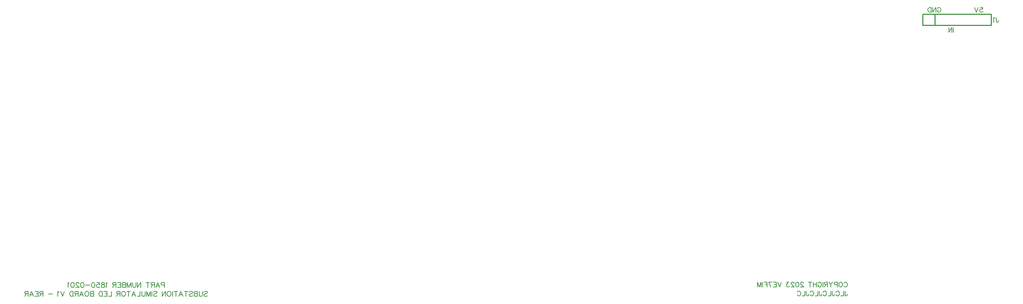
<source format=gbo>
G04 Layer: BottomSilkscreenLayer*
G04 EasyEDA v6.5.34, 2023-08-24 10:08:58*
G04 37586862595d49128824a1d9db5d89c9,5a6b42c53f6a479593ecc07194224c93,10*
G04 Gerber Generator version 0.2*
G04 Scale: 100 percent, Rotated: No, Reflected: No *
G04 Dimensions in millimeters *
G04 leading zeros omitted , absolute positions ,4 integer and 5 decimal *
%FSLAX45Y45*%
%MOMM*%

%ADD10C,0.2032*%
%ADD11C,0.1520*%
%ADD12C,0.1524*%
%ADD13C,0.2540*%

%LPD*%
D10*
X24320804Y463989D02*
G01*
X24320804Y349445D01*
X24320804Y463989D02*
G01*
X24271714Y463989D01*
X24255351Y458536D01*
X24249895Y453082D01*
X24244442Y442173D01*
X24244442Y425808D01*
X24249895Y414898D01*
X24255351Y409445D01*
X24271714Y403989D01*
X24320804Y403989D01*
X24164805Y463989D02*
G01*
X24208440Y349445D01*
X24164805Y463989D02*
G01*
X24121168Y349445D01*
X24192077Y387626D02*
G01*
X24137533Y387626D01*
X24085168Y463989D02*
G01*
X24085168Y349445D01*
X24085168Y463989D02*
G01*
X24036078Y463989D01*
X24019715Y458536D01*
X24014259Y453082D01*
X24008806Y442173D01*
X24008806Y431264D01*
X24014259Y420354D01*
X24019715Y414898D01*
X24036078Y409445D01*
X24085168Y409445D01*
X24046987Y409445D02*
G01*
X24008806Y349445D01*
X23934623Y463989D02*
G01*
X23934623Y349445D01*
X23972804Y463989D02*
G01*
X23896441Y463989D01*
X23776442Y463989D02*
G01*
X23776442Y349445D01*
X23776442Y463989D02*
G01*
X23700079Y349445D01*
X23700079Y463989D02*
G01*
X23700079Y349445D01*
X23664077Y463989D02*
G01*
X23664077Y382173D01*
X23658624Y365808D01*
X23647714Y354898D01*
X23631352Y349445D01*
X23620442Y349445D01*
X23604077Y354898D01*
X23593170Y365808D01*
X23587715Y382173D01*
X23587715Y463989D01*
X23551715Y463989D02*
G01*
X23551715Y349445D01*
X23551715Y463989D02*
G01*
X23508078Y349445D01*
X23464443Y463989D02*
G01*
X23508078Y349445D01*
X23464443Y463989D02*
G01*
X23464443Y349445D01*
X23428441Y463989D02*
G01*
X23428441Y349445D01*
X23428441Y463989D02*
G01*
X23379351Y463989D01*
X23362988Y458536D01*
X23357535Y453082D01*
X23352079Y442173D01*
X23352079Y431264D01*
X23357535Y420354D01*
X23362988Y414898D01*
X23379351Y409445D01*
X23428441Y409445D02*
G01*
X23379351Y409445D01*
X23362988Y403989D01*
X23357535Y398536D01*
X23352079Y387626D01*
X23352079Y371264D01*
X23357535Y360354D01*
X23362988Y354898D01*
X23379351Y349445D01*
X23428441Y349445D01*
X23316079Y463989D02*
G01*
X23316079Y349445D01*
X23316079Y463989D02*
G01*
X23245170Y463989D01*
X23316079Y409445D02*
G01*
X23272442Y409445D01*
X23316079Y349445D02*
G01*
X23245170Y349445D01*
X23209171Y463989D02*
G01*
X23209171Y349445D01*
X23209171Y463989D02*
G01*
X23160080Y463989D01*
X23143715Y458536D01*
X23138262Y453082D01*
X23132806Y442173D01*
X23132806Y431264D01*
X23138262Y420354D01*
X23143715Y414898D01*
X23160080Y409445D01*
X23209171Y409445D01*
X23170989Y409445D02*
G01*
X23132806Y349445D01*
X23012806Y442173D02*
G01*
X23001897Y447626D01*
X22985534Y463989D01*
X22985534Y349445D01*
X22922263Y463989D02*
G01*
X22938625Y458536D01*
X22944079Y447626D01*
X22944079Y436717D01*
X22938625Y425808D01*
X22927716Y420354D01*
X22905897Y414898D01*
X22889535Y409445D01*
X22878625Y398536D01*
X22873172Y387626D01*
X22873172Y371264D01*
X22878625Y360354D01*
X22884079Y354898D01*
X22900444Y349445D01*
X22922263Y349445D01*
X22938625Y354898D01*
X22944079Y360354D01*
X22949534Y371264D01*
X22949534Y387626D01*
X22944079Y398536D01*
X22933172Y409445D01*
X22916807Y414898D01*
X22894988Y420354D01*
X22884079Y425808D01*
X22878625Y436717D01*
X22878625Y447626D01*
X22884079Y458536D01*
X22900444Y463989D01*
X22922263Y463989D01*
X22771717Y463989D02*
G01*
X22826261Y463989D01*
X22831717Y414898D01*
X22826261Y420354D01*
X22809898Y425808D01*
X22793535Y425808D01*
X22777170Y420354D01*
X22766261Y409445D01*
X22760807Y393082D01*
X22760807Y382173D01*
X22766261Y365808D01*
X22777170Y354898D01*
X22793535Y349445D01*
X22809898Y349445D01*
X22826261Y354898D01*
X22831717Y360354D01*
X22837170Y371264D01*
X22692080Y463989D02*
G01*
X22708443Y458536D01*
X22719352Y442173D01*
X22724808Y414898D01*
X22724808Y398536D01*
X22719352Y371264D01*
X22708443Y354898D01*
X22692080Y349445D01*
X22681171Y349445D01*
X22664808Y354898D01*
X22653899Y371264D01*
X22648443Y398536D01*
X22648443Y414898D01*
X22653899Y442173D01*
X22664808Y458536D01*
X22681171Y463989D01*
X22692080Y463989D01*
X22612443Y398536D02*
G01*
X22514262Y398536D01*
X22445535Y463989D02*
G01*
X22461898Y458536D01*
X22472807Y442173D01*
X22478263Y414898D01*
X22478263Y398536D01*
X22472807Y371264D01*
X22461898Y354898D01*
X22445535Y349445D01*
X22434626Y349445D01*
X22418263Y354898D01*
X22407354Y371264D01*
X22401898Y398536D01*
X22401898Y414898D01*
X22407354Y442173D01*
X22418263Y458536D01*
X22434626Y463989D01*
X22445535Y463989D01*
X22360445Y436717D02*
G01*
X22360445Y442173D01*
X22354989Y453082D01*
X22349536Y458536D01*
X22338626Y463989D01*
X22316808Y463989D01*
X22305899Y458536D01*
X22300445Y453082D01*
X22294989Y442173D01*
X22294989Y431264D01*
X22300445Y420354D01*
X22311354Y403989D01*
X22365898Y349445D01*
X22289536Y349445D01*
X22220809Y463989D02*
G01*
X22237171Y458536D01*
X22248080Y442173D01*
X22253536Y414898D01*
X22253536Y398536D01*
X22248080Y371264D01*
X22237171Y354898D01*
X22220809Y349445D01*
X22209899Y349445D01*
X22193537Y354898D01*
X22182627Y371264D01*
X22177171Y398536D01*
X22177171Y414898D01*
X22182627Y442173D01*
X22193537Y458536D01*
X22209899Y463989D01*
X22220809Y463989D01*
X22141172Y442173D02*
G01*
X22130263Y447626D01*
X22113900Y463989D01*
X22113900Y349445D01*
X25222037Y244426D02*
G01*
X25232946Y255336D01*
X25249309Y260789D01*
X25271128Y260789D01*
X25287490Y255336D01*
X25298400Y244426D01*
X25298400Y233517D01*
X25292946Y222608D01*
X25287490Y217154D01*
X25276581Y211698D01*
X25243853Y200789D01*
X25232946Y195336D01*
X25227490Y189882D01*
X25222037Y178973D01*
X25222037Y162608D01*
X25232946Y151698D01*
X25249309Y146245D01*
X25271128Y146245D01*
X25287490Y151698D01*
X25298400Y162608D01*
X25186035Y260789D02*
G01*
X25186035Y178973D01*
X25180582Y162608D01*
X25169672Y151698D01*
X25153310Y146245D01*
X25142400Y146245D01*
X25126035Y151698D01*
X25115128Y162608D01*
X25109672Y178973D01*
X25109672Y260789D01*
X25073673Y260789D02*
G01*
X25073673Y146245D01*
X25073673Y260789D02*
G01*
X25024582Y260789D01*
X25008217Y255336D01*
X25002764Y249882D01*
X24997310Y238973D01*
X24997310Y228064D01*
X25002764Y217154D01*
X25008217Y211698D01*
X25024582Y206245D01*
X25073673Y206245D02*
G01*
X25024582Y206245D01*
X25008217Y200789D01*
X25002764Y195336D01*
X24997310Y184426D01*
X24997310Y168064D01*
X25002764Y157154D01*
X25008217Y151698D01*
X25024582Y146245D01*
X25073673Y146245D01*
X24884946Y244426D02*
G01*
X24895855Y255336D01*
X24912218Y260789D01*
X24934036Y260789D01*
X24950399Y255336D01*
X24961308Y244426D01*
X24961308Y233517D01*
X24955855Y222608D01*
X24950399Y217154D01*
X24939490Y211698D01*
X24906765Y200789D01*
X24895855Y195336D01*
X24890399Y189882D01*
X24884946Y178973D01*
X24884946Y162608D01*
X24895855Y151698D01*
X24912218Y146245D01*
X24934036Y146245D01*
X24950399Y151698D01*
X24961308Y162608D01*
X24810765Y260789D02*
G01*
X24810765Y146245D01*
X24848947Y260789D02*
G01*
X24772581Y260789D01*
X24692947Y260789D02*
G01*
X24736582Y146245D01*
X24692947Y260789D02*
G01*
X24649310Y146245D01*
X24720219Y184426D02*
G01*
X24665673Y184426D01*
X24575129Y260789D02*
G01*
X24575129Y146245D01*
X24613311Y260789D02*
G01*
X24536946Y260789D01*
X24500946Y260789D02*
G01*
X24500946Y146245D01*
X24432219Y260789D02*
G01*
X24443128Y255336D01*
X24454037Y244426D01*
X24459491Y233517D01*
X24464947Y217154D01*
X24464947Y189882D01*
X24459491Y173517D01*
X24454037Y162608D01*
X24443128Y151698D01*
X24432219Y146245D01*
X24410400Y146245D01*
X24399491Y151698D01*
X24388584Y162608D01*
X24383128Y173517D01*
X24377675Y189882D01*
X24377675Y217154D01*
X24383128Y233517D01*
X24388584Y244426D01*
X24399491Y255336D01*
X24410400Y260789D01*
X24432219Y260789D01*
X24341673Y260789D02*
G01*
X24341673Y146245D01*
X24341673Y260789D02*
G01*
X24265310Y146245D01*
X24265310Y260789D02*
G01*
X24265310Y146245D01*
X24068948Y244426D02*
G01*
X24079857Y255336D01*
X24096220Y260789D01*
X24118039Y260789D01*
X24134401Y255336D01*
X24145311Y244426D01*
X24145311Y233517D01*
X24139857Y222608D01*
X24134401Y217154D01*
X24123492Y211698D01*
X24090767Y200789D01*
X24079857Y195336D01*
X24074401Y189882D01*
X24068948Y178973D01*
X24068948Y162608D01*
X24079857Y151698D01*
X24096220Y146245D01*
X24118039Y146245D01*
X24134401Y151698D01*
X24145311Y162608D01*
X24032949Y260789D02*
G01*
X24032949Y146245D01*
X23996947Y260789D02*
G01*
X23996947Y146245D01*
X23996947Y260789D02*
G01*
X23953312Y146245D01*
X23909675Y260789D02*
G01*
X23953312Y146245D01*
X23909675Y260789D02*
G01*
X23909675Y146245D01*
X23873675Y260789D02*
G01*
X23873675Y178973D01*
X23868219Y162608D01*
X23857313Y151698D01*
X23840948Y146245D01*
X23830038Y146245D01*
X23813676Y151698D01*
X23802766Y162608D01*
X23797313Y178973D01*
X23797313Y260789D01*
X23761311Y260789D02*
G01*
X23761311Y146245D01*
X23761311Y146245D02*
G01*
X23695858Y146245D01*
X23616221Y260789D02*
G01*
X23659858Y146245D01*
X23616221Y260789D02*
G01*
X23572584Y146245D01*
X23643493Y184426D02*
G01*
X23588949Y184426D01*
X23498403Y260789D02*
G01*
X23498403Y146245D01*
X23536584Y260789D02*
G01*
X23460222Y260789D01*
X23391495Y260789D02*
G01*
X23402404Y255336D01*
X23413313Y244426D01*
X23418766Y233517D01*
X23424222Y217154D01*
X23424222Y189882D01*
X23418766Y173517D01*
X23413313Y162608D01*
X23402404Y151698D01*
X23391495Y146245D01*
X23369676Y146245D01*
X23358767Y151698D01*
X23347857Y162608D01*
X23342404Y173517D01*
X23336948Y189882D01*
X23336948Y217154D01*
X23342404Y233517D01*
X23347857Y244426D01*
X23358767Y255336D01*
X23369676Y260789D01*
X23391495Y260789D01*
X23300949Y260789D02*
G01*
X23300949Y146245D01*
X23300949Y260789D02*
G01*
X23251858Y260789D01*
X23235495Y255336D01*
X23230039Y249882D01*
X23224586Y238973D01*
X23224586Y228064D01*
X23230039Y217154D01*
X23235495Y211698D01*
X23251858Y206245D01*
X23300949Y206245D01*
X23262767Y206245D02*
G01*
X23224586Y146245D01*
X23104586Y260789D02*
G01*
X23104586Y146245D01*
X23104586Y146245D02*
G01*
X23039130Y146245D01*
X23003131Y260789D02*
G01*
X23003131Y146245D01*
X23003131Y260789D02*
G01*
X22932222Y260789D01*
X23003131Y206245D02*
G01*
X22959494Y206245D01*
X23003131Y146245D02*
G01*
X22932222Y146245D01*
X22896222Y260789D02*
G01*
X22896222Y146245D01*
X22896222Y260789D02*
G01*
X22858041Y260789D01*
X22841676Y255336D01*
X22830769Y244426D01*
X22825313Y233517D01*
X22819860Y217154D01*
X22819860Y189882D01*
X22825313Y173517D01*
X22830769Y162608D01*
X22841676Y151698D01*
X22858041Y146245D01*
X22896222Y146245D01*
X22699860Y260789D02*
G01*
X22699860Y146245D01*
X22699860Y260789D02*
G01*
X22650770Y260789D01*
X22634404Y255336D01*
X22628951Y249882D01*
X22623495Y238973D01*
X22623495Y228064D01*
X22628951Y217154D01*
X22634404Y211698D01*
X22650770Y206245D01*
X22699860Y206245D02*
G01*
X22650770Y206245D01*
X22634404Y200789D01*
X22628951Y195336D01*
X22623495Y184426D01*
X22623495Y168064D01*
X22628951Y157154D01*
X22634404Y151698D01*
X22650770Y146245D01*
X22699860Y146245D01*
X22554768Y260789D02*
G01*
X22565677Y255336D01*
X22576586Y244426D01*
X22582042Y233517D01*
X22587496Y217154D01*
X22587496Y189882D01*
X22582042Y173517D01*
X22576586Y162608D01*
X22565677Y151698D01*
X22554768Y146245D01*
X22532952Y146245D01*
X22522042Y151698D01*
X22511133Y162608D01*
X22505677Y173517D01*
X22500224Y189882D01*
X22500224Y217154D01*
X22505677Y233517D01*
X22511133Y244426D01*
X22522042Y255336D01*
X22532952Y260789D01*
X22554768Y260789D01*
X22420587Y260789D02*
G01*
X22464224Y146245D01*
X22420587Y260789D02*
G01*
X22376950Y146245D01*
X22447859Y184426D02*
G01*
X22393315Y184426D01*
X22340950Y260789D02*
G01*
X22340950Y146245D01*
X22340950Y260789D02*
G01*
X22291860Y260789D01*
X22275497Y255336D01*
X22270041Y249882D01*
X22264588Y238973D01*
X22264588Y228064D01*
X22270041Y217154D01*
X22275497Y211698D01*
X22291860Y206245D01*
X22340950Y206245D01*
X22302769Y206245D02*
G01*
X22264588Y146245D01*
X22228589Y260789D02*
G01*
X22228589Y146245D01*
X22228589Y260789D02*
G01*
X22190405Y260789D01*
X22174042Y255336D01*
X22163133Y244426D01*
X22157679Y233517D01*
X22152223Y217154D01*
X22152223Y189882D01*
X22157679Y173517D01*
X22163133Y162608D01*
X22174042Y151698D01*
X22190405Y146245D01*
X22228589Y146245D01*
X22032224Y260789D02*
G01*
X21988589Y146245D01*
X21944952Y260789D02*
G01*
X21988589Y146245D01*
X21908952Y238973D02*
G01*
X21898043Y244426D01*
X21881678Y260789D01*
X21881678Y146245D01*
X21761678Y195336D02*
G01*
X21663497Y195336D01*
X21543497Y260789D02*
G01*
X21543497Y146245D01*
X21543497Y260789D02*
G01*
X21494407Y260789D01*
X21478044Y255336D01*
X21472588Y249882D01*
X21467135Y238973D01*
X21467135Y228064D01*
X21472588Y217154D01*
X21478044Y211698D01*
X21494407Y206245D01*
X21543497Y206245D01*
X21505316Y206245D02*
G01*
X21467135Y146245D01*
X21431135Y260789D02*
G01*
X21431135Y146245D01*
X21431135Y260789D02*
G01*
X21360226Y260789D01*
X21431135Y206245D02*
G01*
X21387498Y206245D01*
X21431135Y146245D02*
G01*
X21360226Y146245D01*
X21280589Y260789D02*
G01*
X21324227Y146245D01*
X21280589Y260789D02*
G01*
X21236952Y146245D01*
X21307861Y184426D02*
G01*
X21253317Y184426D01*
X21200953Y260789D02*
G01*
X21200953Y146245D01*
X21200953Y260789D02*
G01*
X21151862Y260789D01*
X21135500Y255336D01*
X21130044Y249882D01*
X21124590Y238973D01*
X21124590Y228064D01*
X21130044Y217154D01*
X21135500Y211698D01*
X21151862Y206245D01*
X21200953Y206245D01*
X21162772Y206245D02*
G01*
X21124590Y146245D01*
D11*
X39876846Y267751D02*
G01*
X39876846Y184624D01*
X39882043Y169037D01*
X39887237Y163842D01*
X39897629Y158648D01*
X39908020Y158648D01*
X39918411Y163842D01*
X39923608Y169037D01*
X39928802Y184624D01*
X39928802Y195016D01*
X39842556Y267751D02*
G01*
X39842556Y158648D01*
X39842556Y158648D02*
G01*
X39780212Y158648D01*
X39667990Y241774D02*
G01*
X39673187Y252166D01*
X39683578Y262557D01*
X39693966Y267751D01*
X39714749Y267751D01*
X39725140Y262557D01*
X39735531Y252166D01*
X39740728Y241774D01*
X39745922Y226187D01*
X39745922Y200210D01*
X39740728Y184624D01*
X39735531Y174233D01*
X39725140Y163842D01*
X39714749Y158648D01*
X39693966Y158648D01*
X39683578Y163842D01*
X39673187Y174233D01*
X39667990Y184624D01*
X39581747Y267751D02*
G01*
X39581747Y184624D01*
X39586941Y169037D01*
X39592138Y163842D01*
X39602526Y158648D01*
X39612917Y158648D01*
X39623309Y163842D01*
X39628505Y169037D01*
X39633700Y184624D01*
X39633700Y195016D01*
X39547457Y267751D02*
G01*
X39547457Y158648D01*
X39547457Y158648D02*
G01*
X39485110Y158648D01*
X39372887Y241774D02*
G01*
X39378084Y252166D01*
X39388475Y262557D01*
X39398867Y267751D01*
X39419646Y267751D01*
X39430037Y262557D01*
X39440429Y252166D01*
X39445625Y241774D01*
X39450820Y226187D01*
X39450820Y200210D01*
X39445625Y184624D01*
X39440429Y174233D01*
X39430037Y163842D01*
X39419646Y158648D01*
X39398867Y158648D01*
X39388475Y163842D01*
X39378084Y174233D01*
X39372887Y184624D01*
X39286644Y267751D02*
G01*
X39286644Y184624D01*
X39291839Y169037D01*
X39297035Y163842D01*
X39307427Y158648D01*
X39317818Y158648D01*
X39328206Y163842D01*
X39333403Y169037D01*
X39338597Y184624D01*
X39338597Y195016D01*
X39252354Y267751D02*
G01*
X39252354Y158648D01*
X39252354Y158648D02*
G01*
X39190007Y158648D01*
X39077788Y241774D02*
G01*
X39082982Y252166D01*
X39093373Y262557D01*
X39103764Y267751D01*
X39124547Y267751D01*
X39134938Y262557D01*
X39145326Y252166D01*
X39150523Y241774D01*
X39155717Y226187D01*
X39155717Y200210D01*
X39150523Y184624D01*
X39145326Y174233D01*
X39134938Y163842D01*
X39124547Y158648D01*
X39103764Y158648D01*
X39093373Y163842D01*
X39082982Y174233D01*
X39077788Y184624D01*
X38991542Y267751D02*
G01*
X38991542Y184624D01*
X38996736Y169037D01*
X39001933Y163842D01*
X39012324Y158648D01*
X39022715Y158648D01*
X39033107Y163842D01*
X39038301Y169037D01*
X39043498Y184624D01*
X39043498Y195016D01*
X38957252Y267751D02*
G01*
X38957252Y158648D01*
X38957252Y158648D02*
G01*
X38894908Y158648D01*
X38782685Y241774D02*
G01*
X38787880Y252166D01*
X38798271Y262557D01*
X38808662Y267751D01*
X38829444Y267751D01*
X38839835Y262557D01*
X38850227Y252166D01*
X38855421Y241774D01*
X38860618Y226187D01*
X38860618Y200210D01*
X38855421Y184624D01*
X38850227Y174233D01*
X38839835Y163842D01*
X38829444Y158648D01*
X38808662Y158648D01*
X38798271Y163842D01*
X38787880Y174233D01*
X38782685Y184624D01*
D12*
X39850867Y444962D02*
G01*
X39856064Y455353D01*
X39866455Y465744D01*
X39876844Y470938D01*
X39897626Y470938D01*
X39908017Y465744D01*
X39918408Y455353D01*
X39923605Y444962D01*
X39928800Y429374D01*
X39928800Y403397D01*
X39923605Y387812D01*
X39918408Y377421D01*
X39908017Y367029D01*
X39897626Y361835D01*
X39876844Y361835D01*
X39866455Y367029D01*
X39856064Y377421D01*
X39850867Y387812D01*
X39785404Y470938D02*
G01*
X39795795Y465744D01*
X39806186Y455353D01*
X39811383Y444962D01*
X39816577Y429374D01*
X39816577Y403397D01*
X39811383Y387812D01*
X39806186Y377421D01*
X39795795Y367029D01*
X39785404Y361835D01*
X39764624Y361835D01*
X39754233Y367029D01*
X39743842Y377421D01*
X39738645Y387812D01*
X39733451Y403397D01*
X39733451Y429374D01*
X39738645Y444962D01*
X39743842Y455353D01*
X39754233Y465744D01*
X39764624Y470938D01*
X39785404Y470938D01*
X39699161Y470938D02*
G01*
X39699161Y361835D01*
X39699161Y470938D02*
G01*
X39652402Y470938D01*
X39636814Y465744D01*
X39631620Y460547D01*
X39626425Y450156D01*
X39626425Y434571D01*
X39631620Y424179D01*
X39636814Y418985D01*
X39652402Y413788D01*
X39699161Y413788D01*
X39592135Y470938D02*
G01*
X39550571Y418985D01*
X39550571Y361835D01*
X39509006Y470938D02*
G01*
X39550571Y418985D01*
X39474716Y470938D02*
G01*
X39474716Y361835D01*
X39474716Y470938D02*
G01*
X39427957Y470938D01*
X39412372Y465744D01*
X39407175Y460547D01*
X39401981Y450156D01*
X39401981Y439765D01*
X39407175Y429374D01*
X39412372Y424179D01*
X39427957Y418985D01*
X39474716Y418985D01*
X39438348Y418985D02*
G01*
X39401981Y361835D01*
X39367691Y470938D02*
G01*
X39367691Y361835D01*
X39255468Y444962D02*
G01*
X39260665Y455353D01*
X39271054Y465744D01*
X39281445Y470938D01*
X39302227Y470938D01*
X39312618Y465744D01*
X39323009Y455353D01*
X39328204Y444962D01*
X39333401Y429374D01*
X39333401Y403397D01*
X39328204Y387812D01*
X39323009Y377421D01*
X39312618Y367029D01*
X39302227Y361835D01*
X39281445Y361835D01*
X39271054Y367029D01*
X39260665Y377421D01*
X39255468Y387812D01*
X39255468Y403397D01*
X39281445Y403397D02*
G01*
X39255468Y403397D01*
X39221178Y470938D02*
G01*
X39221178Y361835D01*
X39148443Y470938D02*
G01*
X39148443Y361835D01*
X39221178Y418985D02*
G01*
X39148443Y418985D01*
X39077785Y470938D02*
G01*
X39077785Y361835D01*
X39114153Y470938D02*
G01*
X39041415Y470938D01*
X38921921Y444962D02*
G01*
X38921921Y450156D01*
X38916724Y460547D01*
X38911529Y465744D01*
X38901138Y470938D01*
X38880356Y470938D01*
X38869965Y465744D01*
X38864771Y460547D01*
X38859574Y450156D01*
X38859574Y439765D01*
X38864771Y429374D01*
X38875162Y413788D01*
X38927115Y361835D01*
X38854379Y361835D01*
X38788916Y470938D02*
G01*
X38804504Y465744D01*
X38814895Y450156D01*
X38820090Y424179D01*
X38820090Y408594D01*
X38814895Y382615D01*
X38804504Y367029D01*
X38788916Y361835D01*
X38778525Y361835D01*
X38762940Y367029D01*
X38752548Y382615D01*
X38747354Y408594D01*
X38747354Y424179D01*
X38752548Y450156D01*
X38762940Y465744D01*
X38778525Y470938D01*
X38788916Y470938D01*
X38707867Y444962D02*
G01*
X38707867Y450156D01*
X38702673Y460547D01*
X38697476Y465744D01*
X38687085Y470938D01*
X38666305Y470938D01*
X38655914Y465744D01*
X38650717Y460547D01*
X38645523Y450156D01*
X38645523Y439765D01*
X38650717Y429374D01*
X38661108Y413788D01*
X38713064Y361835D01*
X38640326Y361835D01*
X38595645Y470938D02*
G01*
X38538495Y470938D01*
X38569668Y429374D01*
X38554083Y429374D01*
X38543692Y424179D01*
X38538495Y418985D01*
X38533301Y403397D01*
X38533301Y393006D01*
X38538495Y377421D01*
X38548886Y367029D01*
X38564474Y361835D01*
X38580059Y361835D01*
X38595645Y367029D01*
X38600842Y372224D01*
X38606036Y382615D01*
X38419001Y470938D02*
G01*
X38377436Y361835D01*
X38335874Y470938D02*
G01*
X38377436Y361835D01*
X38301584Y470938D02*
G01*
X38301584Y361835D01*
X38301584Y470938D02*
G01*
X38234043Y470938D01*
X38301584Y418985D02*
G01*
X38260020Y418985D01*
X38301584Y361835D02*
G01*
X38234043Y361835D01*
X38127015Y470938D02*
G01*
X38178971Y361835D01*
X38199753Y470938D02*
G01*
X38127015Y470938D01*
X38092725Y470938D02*
G01*
X38092725Y361835D01*
X38092725Y470938D02*
G01*
X38025184Y470938D01*
X38092725Y418985D02*
G01*
X38051163Y418985D01*
X37990894Y470938D02*
G01*
X37990894Y361835D01*
X37956604Y470938D02*
G01*
X37956604Y361835D01*
X37956604Y470938D02*
G01*
X37915042Y361835D01*
X37873477Y470938D02*
G01*
X37915042Y361835D01*
X37873477Y470938D02*
G01*
X37873477Y361835D01*
X41984467Y6718762D02*
G01*
X41989664Y6729153D01*
X42000055Y6739544D01*
X42010444Y6744738D01*
X42031226Y6744738D01*
X42041617Y6739544D01*
X42052008Y6729153D01*
X42057205Y6718762D01*
X42062400Y6703174D01*
X42062400Y6677197D01*
X42057205Y6661612D01*
X42052008Y6651221D01*
X42041617Y6640829D01*
X42031226Y6635635D01*
X42010444Y6635635D01*
X42000055Y6640829D01*
X41989664Y6651221D01*
X41984467Y6661612D01*
X41984467Y6677197D01*
X42010444Y6677197D02*
G01*
X41984467Y6677197D01*
X41950177Y6744738D02*
G01*
X41950177Y6635635D01*
X41950177Y6744738D02*
G01*
X41877442Y6635635D01*
X41877442Y6744738D02*
G01*
X41877442Y6635635D01*
X41843152Y6744738D02*
G01*
X41843152Y6635635D01*
X41843152Y6744738D02*
G01*
X41806784Y6744738D01*
X41791196Y6739544D01*
X41780805Y6729153D01*
X41775611Y6718762D01*
X41770414Y6703174D01*
X41770414Y6677197D01*
X41775611Y6661612D01*
X41780805Y6651221D01*
X41791196Y6640829D01*
X41806784Y6635635D01*
X41843152Y6635635D01*
X42354500Y6287538D02*
G01*
X42354500Y6178435D01*
X42320209Y6287538D02*
G01*
X42320209Y6178435D01*
X42320209Y6287538D02*
G01*
X42247474Y6178435D01*
X42247474Y6287538D02*
G01*
X42247474Y6178435D01*
X42965255Y6744738D02*
G01*
X43017208Y6744738D01*
X43022405Y6697979D01*
X43017208Y6703174D01*
X43001623Y6708371D01*
X42986035Y6708371D01*
X42970450Y6703174D01*
X42960058Y6692785D01*
X42954864Y6677197D01*
X42954864Y6666806D01*
X42960058Y6651221D01*
X42970450Y6640829D01*
X42986035Y6635635D01*
X43001623Y6635635D01*
X43017208Y6640829D01*
X43022405Y6646024D01*
X43027600Y6656415D01*
X42920574Y6744738D02*
G01*
X42879009Y6635635D01*
X42837445Y6744738D02*
G01*
X42879009Y6635635D01*
X43331244Y6516138D02*
G01*
X43331244Y6433012D01*
X43336441Y6417424D01*
X43341635Y6412229D01*
X43352026Y6407035D01*
X43362417Y6407035D01*
X43372808Y6412229D01*
X43378005Y6417424D01*
X43383200Y6433012D01*
X43383200Y6443403D01*
X43296954Y6495356D02*
G01*
X43286565Y6500553D01*
X43270977Y6516138D01*
X43270977Y6407035D01*
D13*
X43213700Y6337300D02*
G01*
X43213700Y6591300D01*
X41647699Y6337300D02*
G01*
X43213700Y6337300D01*
X41647699Y6591300D02*
G01*
X43213700Y6591300D01*
X41925052Y6337300D02*
G01*
X41925052Y6591300D01*
X41647699Y6337300D02*
G01*
X41647699Y6591300D01*
M02*

</source>
